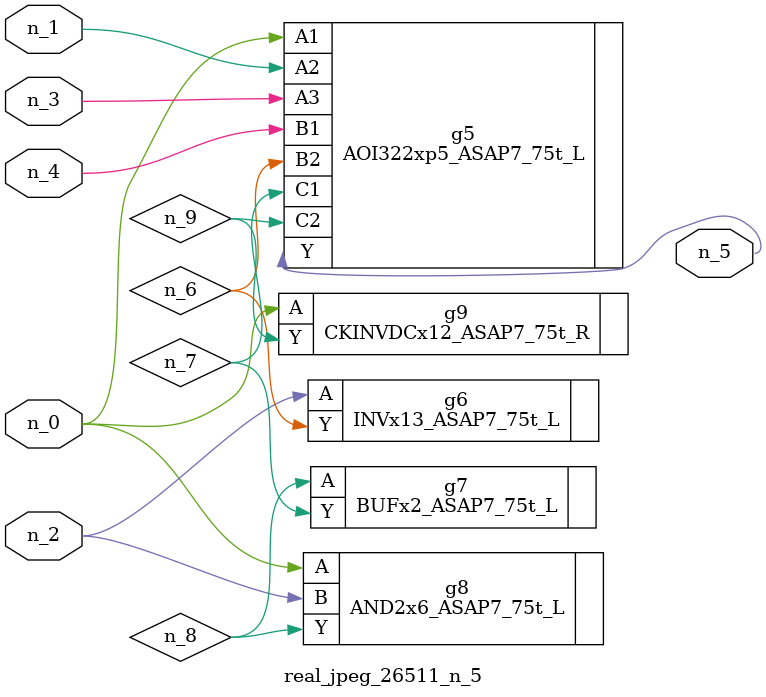
<source format=v>
module real_jpeg_26511_n_5 (n_4, n_0, n_1, n_2, n_3, n_5);

input n_4;
input n_0;
input n_1;
input n_2;
input n_3;

output n_5;

wire n_8;
wire n_6;
wire n_7;
wire n_9;

AOI322xp5_ASAP7_75t_L g5 ( 
.A1(n_0),
.A2(n_1),
.A3(n_3),
.B1(n_4),
.B2(n_6),
.C1(n_7),
.C2(n_9),
.Y(n_5)
);

AND2x6_ASAP7_75t_L g8 ( 
.A(n_0),
.B(n_2),
.Y(n_8)
);

CKINVDCx12_ASAP7_75t_R g9 ( 
.A(n_0),
.Y(n_9)
);

INVx13_ASAP7_75t_L g6 ( 
.A(n_2),
.Y(n_6)
);

BUFx2_ASAP7_75t_L g7 ( 
.A(n_8),
.Y(n_7)
);


endmodule
</source>
